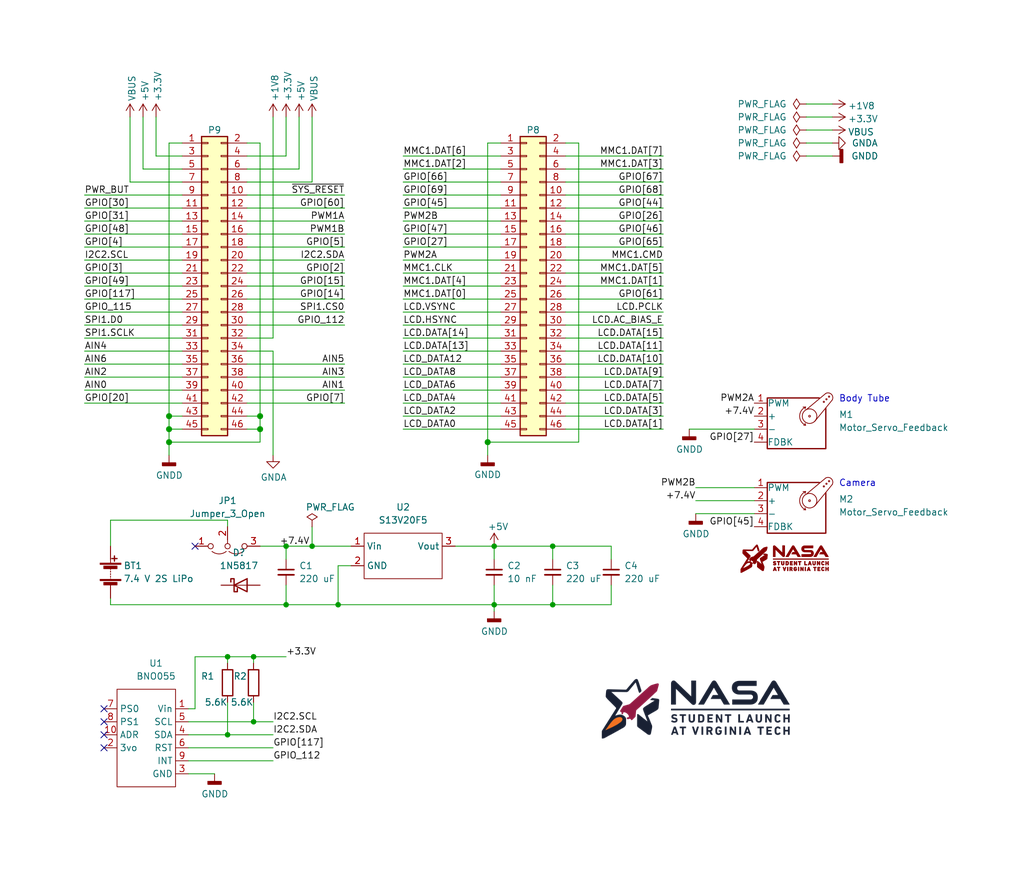
<source format=kicad_sch>
(kicad_sch (version 20211123) (generator eeschema)
  (paper "User" 200 175.006)
  (title_block (title "Payload BeagleBone Black Cape") (date "2023-02-17") (rev "1.5") (company "Peter Costescu"))
  (lib_symbols
    (symbol "Connector_Generic:Conn_02x23_Odd_Even" (pin_names (offset 1.016) hide)
      (property "Reference" "J" (at 1.27 30.48 0))
      (property "Value" "Conn_02x23_Odd_Even" (at 1.27 -30.48 0))
      (symbol "Conn_02x23_Odd_Even_1_1"
        (pin passive line (at -5.08 27.94 0) (length 3.81) (name "Pin_1") (number "1"))
        (pin passive line (at 7.62 17.78 180) (length 3.81) (name "Pin_10") (number "10"))
        (pin passive line (at -5.08 15.24 0) (length 3.81) (name "Pin_11") (number "11"))
        (pin passive line (at 7.62 15.24 180) (length 3.81) (name "Pin_12") (number "12"))
        (pin passive line (at -5.08 12.7 0) (length 3.81) (name "Pin_13") (number "13"))
        (pin passive line (at 7.62 12.7 180) (length 3.81) (name "Pin_14") (number "14"))
        (pin passive line (at -5.08 10.16 0) (length 3.81) (name "Pin_15") (number "15"))
        (pin passive line (at 7.62 10.16 180) (length 3.81) (name "Pin_16") (number "16"))
        (pin passive line (at -5.08 7.62 0) (length 3.81) (name "Pin_17") (number "17"))
        (pin passive line (at 7.62 7.62 180) (length 3.81) (name "Pin_18") (number "18"))
        (pin passive line (at -5.08 5.08 0) (length 3.81) (name "Pin_19") (number "19"))
        (pin passive line (at 7.62 27.94 180) (length 3.81) (name "Pin_2") (number "2"))
        (pin passive line (at 7.62 5.08 180) (length 3.81) (name "Pin_20") (number "20"))
        (pin passive line (at -5.08 2.54 0) (length 3.81) (name "Pin_21") (number "21"))
        (pin passive line (at 7.62 2.54 180) (length 3.81) (name "Pin_22") (number "22"))
        (pin passive line (at -5.08 0 0) (length 3.81) (name "Pin_23") (number "23"))
        (pin passive line (at 7.62 0 180) (length 3.81) (name "Pin_24") (number "24"))
        (pin passive line (at -5.08 -2.54 0) (length 3.81) (name "Pin_25") (number "25"))
        (pin passive line (at 7.62 -2.54 180) (length 3.81) (name "Pin_26") (number "26"))
        (pin passive line (at -5.08 -5.08 0) (length 3.81) (name "Pin_27") (number "27"))
        (pin passive line (at 7.62 -5.08 180) (length 3.81) (name "Pin_28") (number "28"))
        (pin passive line (at -5.08 -7.62 0) (length 3.81) (name "Pin_29") (number "29"))
        (pin passive line (at -5.08 25.4 0) (length 3.81) (name "Pin_3") (number "3"))
        (pin passive line (at 7.62 -7.62 180) (length 3.81) (name "Pin_30") (number "30"))
        (pin passive line (at -5.08 -10.16 0) (length 3.81) (name "Pin_31") (number "31"))
        (pin passive line (at 7.62 -10.16 180) (length 3.81) (name "Pin_32") (number "32"))
        (pin passive line (at -5.08 -12.7 0) (length 3.81) (name "Pin_33") (number "33"))
        (pin passive line (at 7.62 -12.7 180) (length 3.81) (name "Pin_34") (number "34"))
        (pin passive line (at -5.08 -15.24 0) (length 3.81) (name "Pin_35") (number "35"))
        (pin passive line (at 7.62 -15.24 180) (length 3.81) (name "Pin_36") (number "36"))
        (pin passive line (at -5.08 -17.78 0) (length 3.81) (name "Pin_37") (number "37"))
        (pin passive line (at 7.62 -17.78 180) (length 3.81) (name "Pin_38") (number "38"))
        (pin passive line (at -5.08 -20.32 0) (length 3.81) (name "Pin_39") (number "39"))
        (pin passive line (at 7.62 25.4 180) (length 3.81) (name "Pin_4") (number "4"))
        (pin passive line (at 7.62 -20.32 180) (length 3.81) (name "Pin_40") (number "40"))
        (pin passive line (at -5.08 -22.86 0) (length 3.81) (name "Pin_41") (number "41"))
        (pin passive line (at 7.62 -22.86 180) (length 3.81) (name "Pin_42") (number "42"))
        (pin passive line (at -5.08 -25.4 0) (length 3.81) (name "Pin_43") (number "43"))
        (pin passive line (at 7.62 -25.4 180) (length 3.81) (name "Pin_44") (number "44"))
        (pin passive line (at -5.08 -27.94 0) (length 3.81) (name "Pin_45") (number "45"))
        (pin passive line (at 7.62 -27.94 180) (length 3.81) (name "Pin_46") (number "46"))
        (pin passive line (at -5.08 22.86 0) (length 3.81) (name "Pin_5") (number "5"))
        (pin passive line (at 7.62 22.86 180) (length 3.81) (name "Pin_6") (number "6"))
        (pin passive line (at -5.08 20.32 0) (length 3.81) (name "Pin_7") (number "7"))
        (pin passive line (at 7.62 20.32 180) (length 3.81) (name "Pin_8") (number "8"))
        (pin passive line (at -5.08 17.78 0) (length 3.81) (name "Pin_9") (number "9"))
      )
    )
    (symbol "Device:Battery" (pin_numbers hide) (pin_names (offset 0) hide)
      (property "Reference" "BT" (at 2.54 2.54 0))
      (property "Value" "Battery" (at 2.54 0 0))
      (symbol "Battery_1_1"
        (pin passive line (at 0 5.08 270) (length 2.54) (name "+") (number "1"))
        (pin passive line (at 0 -5.08 90) (length 2.54) (name "-") (number "2"))
      )
    )
    (symbol "Device:C_Small" (pin_numbers hide) (pin_names (offset 0.254) hide)
      (property "Reference" "C" (at 0.254 1.778 0))
      (property "Value" "C_Small" (at 0.254 -2.032 0))
      (symbol "C_Small_1_1"
        (pin passive line (at 0 2.54 270) (length 2.032) (name "~") (number "1"))
        (pin passive line (at 0 -2.54 90) (length 2.032) (name "~") (number "2"))
      )
    )
    (symbol "Device:R" (pin_numbers hide) (pin_names (offset 0))
      (property "Reference" "R" (at 2.032 0 90))
      (property "Value" "R" (at 0 0 90))
      (symbol "R_1_1"
        (pin passive line (at 0 3.81 270) (length 1.27) (name "~") (number "1"))
        (pin passive line (at 0 -3.81 90) (length 1.27) (name "~") (number "2"))
      )
    )
    (symbol "Diode:1N5817" (pin_numbers hide) (pin_names (offset 1.016) hide)
      (property "Reference" "D" (at 0 2.54 0))
      (property "Value" "1N5817" (at 0 -2.54 0))
      (symbol "1N5817_1_1"
        (pin passive line (at -3.81 0 0) (length 2.54) (name "K") (number "1"))
        (pin passive line (at 3.81 0 180) (length 2.54) (name "A") (number "2"))
      )
    )
    (symbol "Jumper:Jumper_3_Open" (pin_names (offset 0) hide)
      (property "Reference" "JP" (at -2.54 -2.54 0))
      (property "Value" "Jumper_3_Open" (at 0 2.794 0))
      (symbol "Jumper_3_Open_1_1"
        (pin passive line (at -6.35 0 0) (length 2.54) (name "A") (number "1"))
        (pin passive line (at 0 -3.81 90) (length 2.54) (name "C") (number "2"))
        (pin passive line (at 6.35 0 180) (length 2.54) (name "B") (number "3"))
      )
    )
    (symbol "Motor_Servo_Feedback_1" (pin_names (offset 0.0254))
      (property "Reference" "M" (at -5.08 4.445 0))
      (property "Value" "Motor_Servo_Feedback_1" (at -5.08 -6.35 0))
      (symbol "Motor_Servo_Feedback_1_1_1"
        (pin passive line (at -7.62 2.54 0) (length 2.54) (name "PWM") (number "1"))
        (pin passive line (at -7.62 0 0) (length 2.54) (name "+") (number "2"))
        (pin passive line (at -7.62 -2.54 0) (length 2.54) (name "-") (number "3"))
        (pin passive line (at -7.62 -5.08 0) (length 2.54) (name "FDBK") (number "4"))
      )
    )
    (symbol "payload_logo:LOGO" (pin_names (offset 1.016)))
    (symbol "payload_symbol_library:BNO055"
      (property "Reference" "U" (at -6.35 3.81 0))
      (property "Value" "BNO055" (at -3.81 1.27 0))
      (symbol "BNO055_1_1"
        (pin power_in line (at -13.97 -3.81 0) (length 2.54) (name "Vin") (number "1"))
        (pin input line (at 2.54 -8.89 180) (length 2.54) (name "ADR") (number "10"))
        (pin power_out line (at 2.54 -11.43 180) (length 2.54) (name "3vo") (number "2"))
        (pin power_in line (at -13.97 -16.51 0) (length 2.54) (name "GND") (number "3"))
        (pin bidirectional line (at -13.97 -8.89 0) (length 2.54) (name "SDA") (number "4"))
        (pin input line (at -13.97 -6.35 0) (length 2.54) (name "SCL") (number "5"))
        (pin input line (at -13.97 -11.43 0) (length 2.54) (name "RST") (number "6"))
        (pin input line (at 2.54 -3.81 180) (length 2.54) (name "PS0") (number "7"))
        (pin input line (at 2.54 -6.35 180) (length 2.54) (name "PS1") (number "8"))
        (pin output line (at -13.97 -13.97 0) (length 2.54) (name "INT") (number "9"))
      )
    )
    (symbol "payload_symbol_library:Motor_Servo_Feedback" (pin_names (offset 0.0254))
      (property "Reference" "M" (at -5.08 4.445 0))
      (property "Value" "Motor_Servo_Feedback" (at -5.08 -6.35 0))
      (symbol "Motor_Servo_Feedback_1_1"
        (pin passive line (at -7.62 2.54 0) (length 2.54) (name "PWM") (number "1"))
        (pin passive line (at -7.62 0 0) (length 2.54) (name "+") (number "2"))
        (pin passive line (at -7.62 -2.54 0) (length 2.54) (name "-") (number "3"))
        (pin passive line (at -7.62 -5.08 0) (length 2.54) (name "FDBK") (number "4"))
      )
    )
    (symbol "payload_symbol_library:S13V10F5"
      (property "Reference" "U" (at 0 1.27 0))
      (property "Value" "S13V10F5" (at 3.81 3.81 0))
      (symbol "S13V10F5_1_1"
        (pin power_in line (at -17.78 -2.54 0) (length 2.54) (name "Vin") (number "1"))
        (pin power_in line (at -17.78 -6.35 0) (length 2.54) (name "GND") (number "2"))
        (pin power_out line (at 2.54 -2.54 180) (length 2.54) (name "Vout") (number "3"))
      )
    )
    (symbol "power:+1V8" (power) (pin_names (offset 0))
      (property "Value" "+1V8" (at 0 3.556 0))
      (symbol "+1V8_1_1"
        (pin power_in line (at 0 0 90) (length 0) hide (name "+1V8") (number "1"))
      )
    )
    (symbol "power:+3.3V" (power) (pin_names (offset 0))
      (property "Value" "+3.3V" (at 0 3.556 0))
      (symbol "+3.3V_1_1"
        (pin power_in line (at 0 0 90) (length 0) hide (name "+3.3V") (number "1"))
      )
    )
    (symbol "power:+5V" (power) (pin_names (offset 0))
      (property "Value" "+5V" (at 0 3.556 0))
      (symbol "+5V_1_1"
        (pin power_in line (at 0 0 90) (length 0) hide (name "+5V") (number "1"))
      )
    )
    (symbol "power:GNDA" (power) (pin_names (offset 0))
      (property "Value" "GNDA" (at 0 -3.81 0))
      (symbol "GNDA_1_1"
        (pin power_in line (at 0 0 270) (length 0) hide (name "GNDA") (number "1"))
      )
    )
    (symbol "power:GNDD" (power) (pin_names (offset 0))
      (property "Value" "GNDD" (at 0 -3.175 0))
      (symbol "GNDD_1_1"
        (pin power_in line (at 0 0 270) (length 0) hide (name "GNDD") (number "1"))
      )
    )
    (symbol "power:PWR_FLAG" (power) (pin_numbers hide) (pin_names (offset 0) hide)
      (property "Value" "PWR_FLAG" (at 0 3.81 0))
      (symbol "PWR_FLAG_0_0"
        (pin power_out line (at 0 0 90) (length 0) (name "pwr") (number "1"))
      )
    )
    (symbol "power:VBUS" (power) (pin_names (offset 0))
      (property "Value" "VBUS" (at 0 3.81 0))
      (symbol "VBUS_1_1"
        (pin power_in line (at 0 0 90) (length 0) hide (name "VBUS") (number "1"))
      )
    )
  )
  (junction (at 66.04 118.11))
  (junction (at 33.02 83.82) (diameter 1.016))
  (junction (at 55.88 106.68))
  (junction (at 96.52 118.11))
  (junction (at 95.25 86.36) (diameter 1.016))
  (junction (at 49.53 140.97))
  (junction (at 33.02 81.28) (diameter 1.016))
  (junction (at 55.88 118.11))
  (junction (at 50.8 83.82) (diameter 1.016))
  (junction (at 44.45 128.27))
  (junction (at 33.02 86.36) (diameter 1.016))
  (junction (at 107.95 106.68))
  (junction (at 107.95 118.11))
  (junction (at 44.45 143.51))
  (junction (at 96.52 106.68))
  (junction (at 60.96 106.68))
  (junction (at 49.53 128.27))
  (junction (at 50.8 81.28) (diameter 1.016))
  (no_connect (at 20.32 146.05))
  (no_connect (at 20.32 138.43))
  (no_connect (at 20.32 140.97))
  (no_connect (at 20.32 143.51))
  (no_connect (at 38.1 106.68))
  (wire (pts (xy 16.51 63.5) (xy 35.56 63.5)))
  (wire (pts (xy 88.9 106.68) (xy 96.52 106.68)))
  (wire (pts (xy 44.45 137.16) (xy 44.45 143.51)))
  (wire (pts (xy 107.95 106.68) (xy 119.38 106.68)))
  (wire (pts (xy 38.1 138.43) (xy 36.83 138.43)))
  (wire (pts (xy 110.49 58.42) (xy 129.54 58.42)))
  (wire (pts (xy 48.26 63.5) (xy 67.31 63.5)))
  (wire (pts (xy 35.56 33.02) (xy 27.94 33.02)))
  (wire (pts (xy 96.52 106.68) (xy 107.95 106.68)))
  (wire (pts (xy 53.34 68.58) (xy 53.34 88.9)))
  (wire (pts (xy 110.49 53.34) (xy 129.54 53.34)))
  (wire (pts (xy 110.49 63.5) (xy 129.54 63.5)))
  (wire (pts (xy 35.56 35.56) (xy 25.4 35.56)))
  (wire (pts (xy 33.02 81.28) (xy 35.56 81.28)))
  (wire (pts (xy 33.02 83.82) (xy 33.02 81.28)))
  (wire (pts (xy 48.26 78.74) (xy 67.31 78.74)))
  (wire (pts (xy 134.62 83.82) (xy 147.32 83.82)))
  (wire (pts (xy 110.49 71.12) (xy 129.54 71.12)))
  (wire (pts (xy 48.26 73.66) (xy 67.31 73.66)))
  (wire (pts (xy 78.74 45.72) (xy 97.79 45.72)))
  (wire (pts (xy 110.49 73.66) (xy 129.54 73.66)))
  (wire (pts (xy 48.26 58.42) (xy 67.31 58.42)))
  (wire (pts (xy 16.51 66.04) (xy 35.56 66.04)))
  (wire (pts (xy 157.48 27.94) (xy 162.56 27.94)))
  (wire (pts (xy 96.52 118.11) (xy 96.52 119.38)))
  (wire (pts (xy 48.26 76.2) (xy 67.31 76.2)))
  (wire (pts (xy 157.48 20.32) (xy 162.56 20.32)))
  (wire (pts (xy 78.74 66.04) (xy 97.79 66.04)))
  (wire (pts (xy 78.74 38.1) (xy 97.79 38.1)))
  (wire (pts (xy 48.26 68.58) (xy 53.34 68.58)))
  (wire (pts (xy 33.02 86.36) (xy 50.8 86.36)))
  (wire (pts (xy 44.45 143.51) (xy 36.83 143.51)))
  (wire (pts (xy 16.51 45.72) (xy 35.56 45.72)))
  (wire (pts (xy 55.88 114.3) (xy 55.88 118.11)))
  (wire (pts (xy 110.49 48.26) (xy 129.54 48.26)))
  (wire (pts (xy 38.1 128.27) (xy 38.1 138.43)))
  (wire (pts (xy 35.56 30.48) (xy 30.48 30.48)))
  (wire (pts (xy 135.89 100.33) (xy 147.32 100.33)))
  (wire (pts (xy 16.51 43.18) (xy 35.56 43.18)))
  (wire (pts (xy 16.51 55.88) (xy 35.56 55.88)))
  (wire (pts (xy 55.88 128.27) (xy 49.53 128.27)))
  (wire (pts (xy 113.03 27.94) (xy 113.03 86.36)))
  (wire (pts (xy 107.95 118.11) (xy 96.52 118.11)))
  (wire (pts (xy 119.38 114.3) (xy 119.38 118.11)))
  (wire (pts (xy 48.26 35.56) (xy 60.96 35.56)))
  (wire (pts (xy 95.25 27.94) (xy 95.25 86.36)))
  (wire (pts (xy 16.51 76.2) (xy 35.56 76.2)))
  (wire (pts (xy 27.94 33.02) (xy 27.94 22.86)))
  (wire (pts (xy 78.74 43.18) (xy 97.79 43.18)))
  (wire (pts (xy 95.25 27.94) (xy 97.79 27.94)))
  (wire (pts (xy 78.74 76.2) (xy 97.79 76.2)))
  (wire (pts (xy 55.88 106.68) (xy 60.96 106.68)))
  (wire (pts (xy 21.59 106.68) (xy 21.59 101.6)))
  (wire (pts (xy 110.49 60.96) (xy 129.54 60.96)))
  (wire (pts (xy 48.26 30.48) (xy 55.88 30.48)))
  (wire (pts (xy 58.42 33.02) (xy 58.42 22.86)))
  (wire (pts (xy 53.34 148.59) (xy 36.83 148.59)))
  (wire (pts (xy 55.88 30.48) (xy 55.88 22.86)))
  (wire (pts (xy 96.52 109.22) (xy 96.52 106.68)))
  (wire (pts (xy 95.25 86.36) (xy 95.25 88.9)))
  (wire (pts (xy 78.74 83.82) (xy 97.79 83.82)))
  (wire (pts (xy 30.48 30.48) (xy 30.48 22.86)))
  (wire (pts (xy 78.74 30.48) (xy 97.79 30.48)))
  (wire (pts (xy 21.59 118.11) (xy 21.59 116.84)))
  (wire (pts (xy 157.48 30.48) (xy 162.56 30.48)))
  (wire (pts (xy 48.26 50.8) (xy 67.31 50.8)))
  (wire (pts (xy 60.96 102.87) (xy 60.96 106.68)))
  (wire (pts (xy 53.34 143.51) (xy 44.45 143.51)))
  (wire (pts (xy 78.74 78.74) (xy 97.79 78.74)))
  (wire (pts (xy 78.74 48.26) (xy 97.79 48.26)))
  (wire (pts (xy 95.25 86.36) (xy 113.03 86.36)))
  (wire (pts (xy 16.51 71.12) (xy 35.56 71.12)))
  (wire (pts (xy 66.04 118.11) (xy 96.52 118.11)))
  (wire (pts (xy 110.49 55.88) (xy 129.54 55.88)))
  (wire (pts (xy 25.4 35.56) (xy 25.4 22.86)))
  (wire (pts (xy 16.51 60.96) (xy 35.56 60.96)))
  (wire (pts (xy 110.49 38.1) (xy 129.54 38.1)))
  (wire (pts (xy 48.26 81.28) (xy 50.8 81.28)))
  (wire (pts (xy 50.8 81.28) (xy 50.8 83.82)))
  (wire (pts (xy 50.8 83.82) (xy 50.8 86.36)))
  (wire (pts (xy 110.49 33.02) (xy 129.54 33.02)))
  (wire (pts (xy 48.26 60.96) (xy 67.31 60.96)))
  (wire (pts (xy 49.53 129.54) (xy 49.53 128.27)))
  (wire (pts (xy 50.8 106.68) (xy 55.88 106.68)))
  (wire (pts (xy 48.26 43.18) (xy 67.31 43.18)))
  (wire (pts (xy 78.74 55.88) (xy 97.79 55.88)))
  (wire (pts (xy 48.26 27.94) (xy 50.8 27.94)))
  (wire (pts (xy 44.45 129.54) (xy 44.45 128.27)))
  (wire (pts (xy 16.51 53.34) (xy 35.56 53.34)))
  (wire (pts (xy 48.26 48.26) (xy 67.31 48.26)))
  (wire (pts (xy 53.34 22.86) (xy 53.34 66.04)))
  (wire (pts (xy 78.74 81.28) (xy 97.79 81.28)))
  (wire (pts (xy 119.38 118.11) (xy 107.95 118.11)))
  (wire (pts (xy 110.49 27.94) (xy 113.03 27.94)))
  (wire (pts (xy 60.96 106.68) (xy 68.58 106.68)))
  (wire (pts (xy 110.49 81.28) (xy 129.54 81.28)))
  (wire (pts (xy 50.8 27.94) (xy 50.8 81.28)))
  (wire (pts (xy 48.26 55.88) (xy 67.31 55.88)))
  (wire (pts (xy 78.74 71.12) (xy 97.79 71.12)))
  (wire (pts (xy 135.89 95.25) (xy 147.32 95.25)))
  (wire (pts (xy 16.51 78.74) (xy 35.56 78.74)))
  (wire (pts (xy 48.26 53.34) (xy 67.31 53.34)))
  (wire (pts (xy 49.53 128.27) (xy 44.45 128.27)))
  (wire (pts (xy 16.51 48.26) (xy 35.56 48.26)))
  (wire (pts (xy 157.48 22.86) (xy 162.56 22.86)))
  (wire (pts (xy 78.74 35.56) (xy 97.79 35.56)))
  (wire (pts (xy 119.38 106.68) (xy 119.38 109.22)))
  (wire (pts (xy 107.95 106.68) (xy 107.95 109.22)))
  (wire (pts (xy 36.83 151.13) (xy 41.91 151.13)))
  (wire (pts (xy 78.74 58.42) (xy 97.79 58.42)))
  (wire (pts (xy 78.74 50.8) (xy 97.79 50.8)))
  (wire (pts (xy 110.49 45.72) (xy 129.54 45.72)))
  (wire (pts (xy 78.74 68.58) (xy 97.79 68.58)))
  (wire (pts (xy 107.95 114.3) (xy 107.95 118.11)))
  (wire (pts (xy 60.96 22.86) (xy 60.96 35.56)))
  (wire (pts (xy 53.34 140.97) (xy 49.53 140.97)))
  (wire (pts (xy 33.02 27.94) (xy 33.02 81.28)))
  (wire (pts (xy 35.56 27.94) (xy 33.02 27.94)))
  (wire (pts (xy 16.51 40.64) (xy 35.56 40.64)))
  (wire (pts (xy 110.49 78.74) (xy 129.54 78.74)))
  (wire (pts (xy 110.49 43.18) (xy 129.54 43.18)))
  (wire (pts (xy 55.88 118.11) (xy 66.04 118.11)))
  (wire (pts (xy 110.49 68.58) (xy 129.54 68.58)))
  (wire (pts (xy 78.74 60.96) (xy 97.79 60.96)))
  (wire (pts (xy 16.51 58.42) (xy 35.56 58.42)))
  (wire (pts (xy 110.49 40.64) (xy 129.54 40.64)))
  (wire (pts (xy 78.74 53.34) (xy 97.79 53.34)))
  (wire (pts (xy 78.74 40.64) (xy 97.79 40.64)))
  (wire (pts (xy 33.02 83.82) (xy 35.56 83.82)))
  (wire (pts (xy 33.02 86.36) (xy 33.02 83.82)))
  (wire (pts (xy 33.02 88.9) (xy 33.02 86.36)))
  (wire (pts (xy 110.49 50.8) (xy 129.54 50.8)))
  (wire (pts (xy 110.49 83.82) (xy 129.54 83.82)))
  (wire (pts (xy 16.51 68.58) (xy 35.56 68.58)))
  (wire (pts (xy 157.48 25.4) (xy 162.56 25.4)))
  (wire (pts (xy 110.49 76.2) (xy 129.54 76.2)))
  (wire (pts (xy 78.74 63.5) (xy 97.79 63.5)))
  (wire (pts (xy 96.52 114.3) (xy 96.52 118.11)))
  (wire (pts (xy 49.53 140.97) (xy 36.83 140.97)))
  (wire (pts (xy 49.53 137.16) (xy 49.53 140.97)))
  (wire (pts (xy 55.88 109.22) (xy 55.88 106.68)))
  (wire (pts (xy 48.26 40.64) (xy 67.31 40.64)))
  (wire (pts (xy 44.45 128.27) (xy 38.1 128.27)))
  (wire (pts (xy 21.59 101.6) (xy 44.45 101.6)))
  (wire (pts (xy 110.49 30.48) (xy 129.54 30.48)))
  (wire (pts (xy 110.49 66.04) (xy 129.54 66.04)))
  (wire (pts (xy 48.26 33.02) (xy 58.42 33.02)))
  (wire (pts (xy 21.59 118.11) (xy 55.88 118.11)))
  (wire (pts (xy 135.89 97.79) (xy 147.32 97.79)))
  (wire (pts (xy 16.51 38.1) (xy 35.56 38.1)))
  (wire (pts (xy 48.26 71.12) (xy 67.31 71.12)))
  (wire (pts (xy 48.26 45.72) (xy 67.31 45.72)))
  (wire (pts (xy 78.74 73.66) (xy 97.79 73.66)))
  (wire (pts (xy 110.49 35.56) (xy 129.54 35.56)))
  (wire (pts (xy 48.26 38.1) (xy 67.31 38.1)))
  (wire (pts (xy 66.04 110.49) (xy 68.58 110.49)))
  (wire (pts (xy 44.45 101.6) (xy 44.45 102.87)))
  (wire (pts (xy 16.51 50.8) (xy 35.56 50.8)))
  (wire (pts (xy 48.26 66.04) (xy 53.34 66.04)))
  (wire (pts (xy 16.51 73.66) (xy 35.56 73.66)))
  (wire (pts (xy 78.74 33.02) (xy 97.79 33.02)))
  (wire (pts (xy 48.26 83.82) (xy 50.8 83.82)))
  (wire (pts (xy 53.34 146.05) (xy 36.83 146.05)))
  (wire (pts (xy 66.04 110.49) (xy 66.04 118.11)))
  (image (at 135.89 138.43))
  (text "\n" (at 177.8 180.34 0) (effects (font (size 1.27 1.27)) (justify left bottom)))
  (text "Camera" (at 163.83 95.25 0) (effects (font (size 1.27 1.27)) (justify left bottom)))
  (text "Body Tube" (at 163.83 78.74 0) (effects (font (size 1.27 1.27)) (justify left bottom)))
  (label "GPIO[45]" (at 78.74 40.64 0))
  (label "LCD.DATA[14]" (at 78.74 66.04 0))
  (label "+3.3V" (at 55.88 128.27 0))
  (label "AIN4" (at 16.51 68.58 0))
  (label "GPIO[45]" (at 147.32 102.87 180))
  (label "GPIO_115" (at 16.51 60.96 0))
  (label "GPIO[5]" (at 67.31 48.26 180))
  (label "SPI1.CS0" (at 67.31 60.96 180))
  (label "GPIO[67]" (at 129.54 35.56 180))
  (label "LCD.PCLK" (at 129.54 60.96 180))
  (label "LCD.DATA[13]" (at 78.74 68.58 0))
  (label "I2C2.SDA" (at 67.31 50.8 180))
  (label "MMC1.DAT[5]" (at 129.54 53.34 180))
  (label "LCD.DATA[1]" (at 129.54 83.82 180))
  (label "LCD.HSYNC" (at 78.74 63.5 0))
  (label "MMC1.CMD" (at 129.54 50.8 180))
  (label "SPI1.SCLK" (at 16.51 66.04 0))
  (label "GPIO[117]" (at 16.51 58.42 0))
  (label "GPIO[27]" (at 147.32 86.36 180))
  (label "PWR_BUT" (at 16.51 38.1 0))
  (label "I2C2.SCL" (at 53.34 140.97 0))
  (label "GPIO[27]" (at 78.74 48.26 0))
  (label "~{SYS_RESET}" (at 67.31 38.1 180))
  (label "GPIO[30]" (at 16.51 40.64 0))
  (label "GPIO[4]" (at 16.51 48.26 0))
  (label "LCD_DATA4" (at 78.74 78.74 0))
  (label "GPIO[7]" (at 67.31 78.74 180))
  (label "AIN6" (at 16.51 71.12 0))
  (label "GPIO[15]" (at 67.31 55.88 180))
  (label "SPI1.D0" (at 16.51 63.5 0))
  (label "GPIO[46]" (at 129.54 45.72 180))
  (label "AIN5" (at 67.31 71.12 180))
  (label "PWM2B" (at 78.74 43.18 0))
  (label "PWM1B" (at 67.31 45.72 180))
  (label "MMC1.DAT[3]" (at 129.54 33.02 180))
  (label "GPIO[2]" (at 67.31 53.34 180))
  (label "GPIO[31]" (at 16.51 43.18 0))
  (label "GPIO[20]" (at 16.51 78.74 0))
  (label "MMC1.CLK" (at 78.74 53.34 0))
  (label "MMC1.DAT[1]" (at 129.54 55.88 180))
  (label "GPIO[47]" (at 78.74 45.72 0))
  (label "+7.4V" (at 135.89 97.79 180))
  (label "LCD.DATA[11]" (at 129.54 68.58 180))
  (label "PWM1A" (at 67.31 43.18 180))
  (label "PWM2A" (at 147.32 78.74 180))
  (label "I2C2.SCL" (at 16.51 50.8 0))
  (label "+7.4V" (at 147.32 81.28 180))
  (label "LCD_DATA2" (at 78.74 81.28 0))
  (label "GPIO[44]" (at 129.54 40.64 180))
  (label "GPIO[49]" (at 16.51 55.88 0))
  (label "AIN2" (at 16.51 73.66 0))
  (label "GPIO_112" (at 67.31 63.5 180))
  (label "AIN0" (at 16.51 76.2 0))
  (label "LCD.DATA[9]" (at 129.54 73.66 180))
  (label "LCD.DATA[15]" (at 129.54 66.04 180))
  (label "GPIO[66]" (at 78.74 35.56 0))
  (label "PWM2B" (at 135.89 95.25 180))
  (label "I2C2.SDA" (at 53.34 143.51 0))
  (label "GPIO[14]" (at 67.31 58.42 180))
  (label "GPIO[3]" (at 16.51 53.34 0))
  (label "MMC1.DAT[7]" (at 129.54 30.48 180))
  (label "+7.4V" (at 54.61 106.68 0))
  (label "GPIO[117]" (at 53.34 146.05 0))
  (label "MMC1.DAT[2]" (at 78.74 33.02 0))
  (label "GPIO[69]" (at 78.74 38.1 0))
  (label "LCD_DATA6" (at 78.74 76.2 0))
  (label "GPIO[60]" (at 67.31 40.64 180))
  (label "LCD.DATA[3]" (at 129.54 81.28 180))
  (label "MMC1.DAT[4]" (at 78.74 55.88 0))
  (label "PWM2A" (at 78.74 50.8 0))
  (label "GPIO[68]" (at 129.54 38.1 180))
  (label "AIN3" (at 67.31 73.66 180))
  (label "LCD.AC_BIAS_E" (at 129.54 63.5 180))
  (label "GPIO[61]" (at 129.54 58.42 180))
  (label "LCD.DATA[7]" (at 129.54 76.2 180))
  (label "LCD.DATA[10]" (at 129.54 71.12 180))
  (label "MMC1.DAT[0]" (at 78.74 58.42 0))
  (label "GPIO[26]" (at 129.54 43.18 180))
  (label "GPIO[48]" (at 16.51 45.72 0))
  (label "LCD.DATA[5]" (at 129.54 78.74 180))
  (label "AIN1" (at 67.31 76.2 180))
  (label "LCD_DATA12" (at 78.74 71.12 0))
  (label "MMC1.DAT[6]" (at 78.74 30.48 0))
  (label "LCD_DATA8" (at 78.74 73.66 0))
  (label "LCD.VSYNC" (at 78.74 60.96 0))
  (label "GPIO_112" (at 53.34 148.59 0))
  (label "LCD_DATA0" (at 78.74 83.82 0))
  (label "GPIO[65]" (at 129.54 48.26 180))
  (symbol (lib_id "power:GNDD") (at 95.25 88.9 0) (unit 1)
    (property "Reference" "#PWR011" (effects hide))
    (property "Value" "GNDD" (at 95.25 92.71 0))
  )
  (symbol (lib_id "power:+3.3V") (at 55.88 22.86 0) (unit 1)
    (property "Reference" "#PWR08" (effects hide))
    (property "Value" "+3.3V" (at 56.2356 19.812 90) (effects (justify left)))
  )
  (symbol (lib_id "power:+5V") (at 58.42 22.86 0) (unit 1)
    (property "Reference" "#PWR09" (effects hide))
    (property "Value" "+5V" (at 58.801 19.812 90) (effects (justify left)))
  )
  (symbol (lib_id "power:+3.3V") (at 30.48 22.86 0) (unit 1)
    (property "Reference" "#PWR03" (effects hide))
    (property "Value" "+3.3V" (at 30.8356 19.812 90) (effects (justify left)))
  )
  (symbol (lib_id "power:+5V") (at 27.94 22.86 0) (unit 1)
    (property "Reference" "#PWR02" (effects hide))
    (property "Value" "+5V" (at 28.321 19.812 90) (effects (justify left)))
  )
  (symbol (lib_id "Connector_Generic:Conn_02x23_Odd_Even") (at 40.64 55.88 0) (unit 1)
    (property "Reference" "P9" (at 41.91 25.4 0))
    (property "Value" "BeagleBone_Black_Header" (effects hide))
    (property "Footprint" "Connector_PinHeader_2.54mm:PinHeader_2x23_P2.54mm_Vertical" (effects hide))
  )
  (symbol (lib_id "Connector_Generic:Conn_02x23_Odd_Even") (at 102.87 55.88 0) (unit 1)
    (property "Reference" "P8" (at 104.14 25.4 0))
    (property "Value" "BeagleBone_Black_Header" (effects hide))
    (property "Footprint" "Connector_PinHeader_2.54mm:PinHeader_2x23_P2.54mm_Vertical" (effects hide))
  )
  (symbol (lib_id "Device:R") (at 49.53 133.35 0) (mirror y) (unit 1)
    (property "Reference" "R2" (at 48.26 132.08 0) (effects (justify left)))
    (property "Value" "5.6K" (at 49.53 137.16 0) (effects (justify left)))
    (property "Footprint" "Resistor_THT:R_Axial_DIN0207_L6.3mm_D2.5mm_P15.24mm_Horizontal" (effects hide))
  )
  (symbol (lib_id "power:GNDA") (at 53.34 88.9 0) (unit 1)
    (property "Reference" "#PWR07" (effects hide))
    (property "Value" "GNDA" (at 53.4543 93.2244 0))
  )
  (symbol (lib_id "power:+3.3V") (at 162.56 22.86 270) (unit 1)
    (property "Reference" "#PWR016" (effects hide))
    (property "Value" "+3.3V" (at 165.608 23.2156 90) (effects (justify left)))
  )
  (symbol (lib_id "Device:C_Small") (at 55.88 111.76 0) (unit 1)
    (property "Reference" "C1" (at 58.42 110.4962 0) (effects (justify left)))
    (property "Value" "220 uF" (at 58.42 113.0362 0) (effects (justify left)))
    (property "Footprint" "Capacitor_THT:C_Radial_D8.0mm_H11.5mm_P3.50mm" (effects hide))
  )
  (symbol (lib_name "Motor_Servo_Feedback_1") (lib_id "payload_symbol_library:Motor_Servo_Feedback") (at 154.94 81.28 0) (unit 1)
    (property "Reference" "M1" (at 163.83 80.9735 0) (effects (justify left)))
    (property "Value" "Motor_Servo_Feedback" (at 163.83 83.5135 0) (effects (justify left)))
    (property "Footprint" "Connector_PinHeader_2.54mm:PinHeader_1x04_P2.54mm_Vertical" (effects hide))
    (property "Datasheet" "http://forums.parallax.com/uploads/attachments/46831/74481.png" (effects hide))
  )
  (symbol (lib_id "Device:C_Small") (at 107.95 111.76 0) (unit 1)
    (property "Reference" "C3" (at 110.49 110.4962 0) (effects (justify left)))
    (property "Value" "220 uF" (at 110.49 113.0362 0) (effects (justify left)))
    (property "Footprint" "Capacitor_THT:C_Radial_D8.0mm_H7.0mm_P3.50mm" (effects hide))
  )
  (symbol (lib_id "power:PWR_FLAG") (at 157.48 22.86 90) (unit 1)
    (property "Reference" "#FLG03" (effects hide))
    (property "Value" "PWR_FLAG" (at 153.67 22.8599 90) (effects (justify left)))
  )
  (symbol (lib_id "payload_logo:LOGO") (at 153.67 109.22 0) (unit 1)
    (property "Reference" "#G1" (effects hide))
    (property "Value" "LOGO" (effects hide))
  )
  (symbol (lib_id "Device:C_Small") (at 96.52 111.76 0) (unit 1)
    (property "Reference" "C2" (at 99.06 110.4962 0) (effects (justify left)))
    (property "Value" "10 nF" (at 99.06 113.0362 0) (effects (justify left)))
    (property "Footprint" "Capacitor_THT:C_Disc_D10.0mm_W2.5mm_P5.00mm" (effects hide))
  )
  (symbol (lib_id "Diode:1N5817") (at 46.99 114.3 0) (unit 1)
    (property "Reference" "D?" (at 46.6725 107.95 0))
    (property "Value" "1N5817" (at 46.6725 110.49 0))
    (property "Footprint" "Diode_THT:D_DO-41_SOD81_P10.16mm_Horizontal" (effects hide))
    (property "Datasheet" "http://www.vishay.com/docs/88525/1n5817.pdf" (effects hide))
  )
  (symbol (lib_id "payload_symbol_library:S13V10F5") (at 86.36 104.14 0) (unit 1)
    (property "Reference" "U2" (at 78.74 99.06 0))
    (property "Value" "S13V20F5" (at 78.74 101.6 0))
    (property "Footprint" "payload_footprint_library:S13V10F5" (effects hide))
  )
  (symbol (lib_id "power:+1V8") (at 53.34 22.86 0) (unit 1)
    (property "Reference" "#PWR06" (effects hide))
    (property "Value" "+1V8" (at 53.6956 19.812 90) (effects (justify left)))
  )
  (symbol (lib_id "Jumper:Jumper_3_Open") (at 44.45 106.68 0) (mirror x) (unit 1)
    (property "Reference" "JP1" (at 44.45 97.79 0))
    (property "Value" "Jumper_3_Open" (at 44.45 100.33 0))
    (property "Footprint" "Connector_PinHeader_2.54mm:PinHeader_1x03_P2.54mm_Vertical" (effects hide))
  )
  (symbol (lib_id "payload_symbol_library:Motor_Servo_Feedback") (at 154.94 97.79 0) (unit 1)
    (property "Reference" "M2" (at 163.83 97.4835 0) (effects (justify left)))
    (property "Value" "Motor_Servo_Feedback" (at 163.83 100.0235 0) (effects (justify left)))
    (property "Footprint" "Connector_PinHeader_2.54mm:PinHeader_1x04_P2.54mm_Vertical" (effects hide))
    (property "Datasheet" "http://forums.parallax.com/uploads/attachments/46831/74481.png" (effects hide))
  )
  (symbol (lib_id "power:PWR_FLAG") (at 157.48 25.4 90) (unit 1)
    (property "Reference" "#FLG04" (effects hide))
    (property "Value" "PWR_FLAG" (at 153.67 25.3999 90) (effects (justify left)))
  )
  (symbol (lib_id "power:+1V8") (at 162.56 20.32 270) (unit 1)
    (property "Reference" "#PWR015" (effects hide))
    (property "Value" "+1V8" (at 165.608 20.6756 90) (effects (justify left)))
  )
  (symbol (lib_id "power:PWR_FLAG") (at 157.48 27.94 90) (unit 1)
    (property "Reference" "#FLG05" (effects hide))
    (property "Value" "PWR_FLAG" (at 153.67 27.9399 90) (effects (justify left)))
  )
  (symbol (lib_id "Device:Battery") (at 21.59 111.76 0) (unit 1)
    (property "Reference" "BT1" (at 24.13 110.49 0) (effects (justify left)))
    (property "Value" "7.4 V 2S LiPo" (at 24.13 113.03 0) (effects (justify left)))
    (property "Footprint" "Connector_PinHeader_2.54mm:PinHeader_2x01_P2.54mm_Vertical" (effects hide))
  )
  (symbol (lib_id "power:GNDD") (at 41.91 151.13 0) (unit 1)
    (property "Reference" "#PWR05" (effects hide))
    (property "Value" "GNDD" (at 41.9608 155.0734 0))
  )
  (symbol (lib_id "power:GNDA") (at 162.56 27.94 90) (unit 1)
    (property "Reference" "#PWR018" (effects hide))
    (property "Value" "GNDA" (at 168.91 27.94 90))
  )
  (symbol (lib_id "Device:C_Small") (at 119.38 111.76 0) (unit 1)
    (property "Reference" "C4" (at 121.92 110.4962 0) (effects (justify left)))
    (property "Value" "220 uF" (at 121.92 113.0362 0) (effects (justify left)))
    (property "Footprint" "Capacitor_THT:C_Radial_D8.0mm_H7.0mm_P3.50mm" (effects hide))
  )
  (symbol (lib_id "power:VBUS") (at 60.96 22.86 0) (unit 1)
    (property "Reference" "#PWR010" (effects hide))
    (property "Value" "VBUS" (at 61.341 19.812 90) (effects (justify left)))
  )
  (symbol (lib_id "power:VBUS") (at 162.56 25.4 270) (unit 1)
    (property "Reference" "#PWR017" (effects hide))
    (property "Value" "VBUS" (at 165.608 25.781 90) (effects (justify left)))
  )
  (symbol (lib_id "power:GNDD") (at 162.56 30.48 90) (unit 1)
    (property "Reference" "#PWR019" (effects hide))
    (property "Value" "GNDD" (at 168.91 30.48 90))
  )
  (symbol (lib_id "power:PWR_FLAG") (at 157.48 20.32 90) (unit 1)
    (property "Reference" "#FLG02" (effects hide))
    (property "Value" "PWR_FLAG" (at 153.67 20.3199 90) (effects (justify left)))
  )
  (symbol (lib_id "power:PWR_FLAG") (at 157.48 30.48 90) (unit 1)
    (property "Reference" "#FLG06" (effects hide))
    (property "Value" "PWR_FLAG" (at 153.67 30.4799 90) (effects (justify left)))
  )
  (symbol (lib_id "power:+5V") (at 96.52 106.68 0) (unit 1)
    (property "Reference" "#PWR012" (effects hide))
    (property "Value" "+5V" (at 95.25 102.87 0) (effects (justify left)))
  )
  (symbol (lib_id "power:VBUS") (at 25.4 22.86 0) (unit 1)
    (property "Reference" "#PWR01" (effects hide))
    (property "Value" "VBUS" (at 25.781 19.812 90) (effects (justify left)))
  )
  (symbol (lib_id "power:GNDD") (at 33.02 88.9 0) (unit 1)
    (property "Reference" "#PWR04" (effects hide))
    (property "Value" "GNDD" (at 33.0708 92.8434 0))
  )
  (symbol (lib_id "power:GNDD") (at 96.52 119.38 0) (unit 1)
    (property "Reference" "#PWR013" (effects hide))
    (property "Value" "GNDD" (at 96.5708 123.3234 0))
  )
  (symbol (lib_id "power:GNDD") (at 134.62 83.82 0) (unit 1)
    (property "Reference" "#PWR0102" (effects hide))
    (property "Value" "GNDD" (at 134.6708 87.7634 0))
  )
  (symbol (lib_id "power:GNDD") (at 135.89 100.33 0) (unit 1)
    (property "Reference" "#PWR0101" (effects hide))
    (property "Value" "GNDD" (at 135.9408 104.2734 0))
  )
  (symbol (lib_id "Device:R") (at 44.45 133.35 0) (mirror y) (unit 1)
    (property "Reference" "R1" (at 41.91 132.0799 0) (effects (justify left)))
    (property "Value" "5.6K" (at 44.45 137.16 0) (effects (justify left)))
    (property "Footprint" "Resistor_THT:R_Axial_DIN0207_L6.3mm_D2.5mm_P15.24mm_Horizontal" (effects hide))
  )
  (symbol (lib_id "payload_symbol_library:BNO055") (at 22.86 134.62 0) (mirror y) (unit 1)
    (property "Reference" "U1" (at 30.48 129.54 0))
    (property "Value" "BNO055" (at 30.48 132.08 0))
    (property "Footprint" "payload_footprint_library:BNO055" (effects hide))
  )
  (symbol (lib_id "power:PWR_FLAG") (at 60.96 102.87 0) (unit 1)
    (property "Reference" "#FLG01" (effects hide))
    (property "Value" "PWR_FLAG" (at 59.69 99.06 0) (effects (justify left)))
  )
)
</source>
